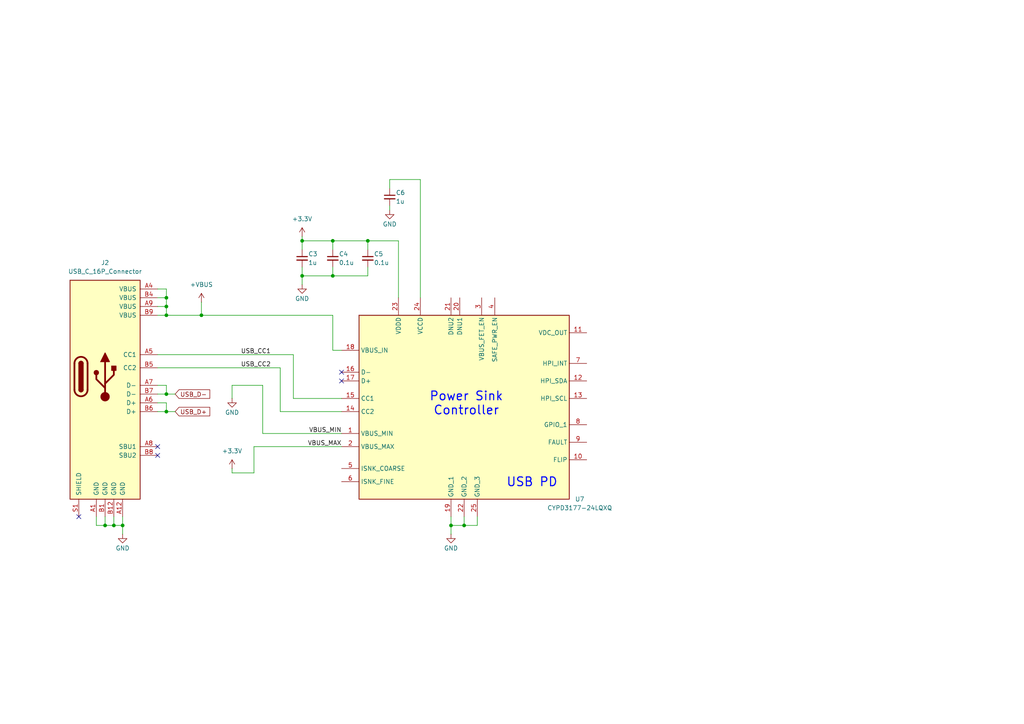
<source format=kicad_sch>
(kicad_sch (version 20231120) (generator "eeschema") (generator_version "8.0")
  (paper "A4")
  (lib_symbols
    (symbol "Connector:USB_C_Receptacle" (pin_names (offset 1.016))
      (property "Reference" "J2" (at 0 33.02 0))
      (property "Value" "USB_C_16P_Connector" (at 0 30.48 0))
      (symbol "USB_C_Receptacle_0_1"
        (rectangle (start -10.16 27.94) (end 10.16 -35.56) (stroke (width 0.254)) (fill (type background)))
        (arc (start -8.89 -3.81) (mid -6.985 -5.7067) (end -5.08 -3.81) (stroke (width 0.508)))
        (arc (start -7.62 -3.81) (mid -6.985 -4.4423) (end -6.35 -3.81) (stroke (width 0.254)))
        (arc (start -7.62 -3.81) (mid -6.985 -4.4423) (end -6.35 -3.81) (stroke (width 0.254)) (fill (type outline)))
        (rectangle (start -7.62 -3.81) (end -6.35 3.81) (stroke (width 0.254)) (fill (type outline)))
        (arc (start -6.35 3.81) (mid -6.985 4.4423) (end -7.62 3.81) (stroke (width 0.254)))
        (arc (start -6.35 3.81) (mid -6.985 4.4423) (end -7.62 3.81) (stroke (width 0.254)) (fill (type outline)))
        (arc (start -5.08 3.81) (mid -6.985 5.7067) (end -8.89 3.81) (stroke (width 0.508)))
        (polyline (pts (xy -8.89 -3.81) (xy -8.89 3.81)) (stroke (width 0.508)))
        (polyline (pts (xy -5.08 3.81) (xy -5.08 -3.81)) (stroke (width 0.508)))
      )
      (symbol "USB_C_Receptacle_1_1"
        (circle (center -2.54 1.143) (radius 0.635) (stroke (width 0.254)) (fill (type outline)))
        (circle (center 0 -5.842) (radius 1.27) (fill (type outline)))
        (polyline (pts (xy 0 -5.842) (xy 0 4.318)) (stroke (width 0.508)))
        (polyline (pts (xy 0 -3.302) (xy -2.54 -0.762) (xy -2.54 0.508)) (stroke (width 0.508)))
        (polyline (pts (xy 0 -2.032) (xy 2.54 0.508) (xy 2.54 1.778)) (stroke (width 0.508)))
        (polyline (pts (xy -1.27 4.318) (xy 0 6.858) (xy 1.27 4.318) (xy -1.27 4.318)) (stroke (width 0.254)) (fill (type outline)))
        (rectangle (start 1.905 1.778) (end 3.175 3.048) (stroke (width 0.254)) (fill (type outline)))
        (pin passive line (at -2.54 -40.64 90) (length 5.08) (name "GND") (number "A1"))
        (pin passive line (at 0 -40.64 90) (length 5.08) hide (name "GND") (number "A12"))
        (pin passive line (at 5.08 -40.64 90) (length 5.08) (name "GND") (number "A12"))
        (pin passive line (at 15.24 25.4 180) (length 5.08) (name "VBUS") (number "A4"))
        (pin bidirectional line (at 15.24 6.35 180) (length 5.08) (name "CC1") (number "A5"))
        (pin bidirectional line (at 15.24 -7.62 180) (length 5.08) (name "D+") (number "A6"))
        (pin bidirectional line (at 15.24 -2.54 180) (length 5.08) (name "D-") (number "A7"))
        (pin bidirectional line (at 15.24 -20.32 180) (length 5.08) (name "SBU1") (number "A8"))
        (pin passive line (at 15.24 20.32 180) (length 5.08) (name "VBUS") (number "A9"))
        (pin passive line (at 15.24 25.4 180) (length 5.08) hide (name "VBUS") (number "A9"))
        (pin passive line (at 0 -40.64 90) (length 5.08) (name "GND") (number "B1"))
        (pin passive line (at 0 -40.64 90) (length 5.08) hide (name "GND") (number "B1"))
        (pin passive line (at 0 -40.64 90) (length 5.08) hide (name "GND") (number "B12"))
        (pin passive line (at 2.54 -40.64 90) (length 5.08) (name "GND") (number "B12"))
        (pin passive line (at 15.24 22.86 180) (length 5.08) (name "VBUS") (number "B4"))
        (pin passive line (at 15.24 25.4 180) (length 5.08) hide (name "VBUS") (number "B4"))
        (pin bidirectional line (at 15.24 2.54 180) (length 5.08) (name "CC2") (number "B5"))
        (pin bidirectional line (at 15.24 -10.16 180) (length 5.08) (name "D+") (number "B6"))
        (pin bidirectional line (at 15.24 -5.08 180) (length 5.08) (name "D-") (number "B7"))
        (pin bidirectional line (at 15.24 -22.86 180) (length 5.08) (name "SBU2") (number "B8"))
        (pin passive line (at 15.24 17.78 180) (length 5.08) (name "VBUS") (number "B9"))
        (pin passive line (at 15.24 25.4 180) (length 5.08) hide (name "VBUS") (number "B9"))
        (pin passive line (at -7.62 -40.64 90) (length 5.08) (name "SHIELD") (number "S1"))
      )
    )
    (symbol "Device:C_Small" (pin_numbers hide) (pin_names (offset 0.254) hide)
      (property "Reference" "C" (at 0.254 1.778 0))
      (property "Value" "C_Small" (at 0.254 -2.032 0))
      (symbol "C_Small_0_1"
        (polyline (pts (xy -1.524 -0.508) (xy 1.524 -0.508)) (stroke (width 0.3302)))
        (polyline (pts (xy -1.524 0.508) (xy 1.524 0.508)) (stroke (width 0.3048)))
      )
      (symbol "C_Small_1_1"
        (pin passive line (at 0 2.54 270) (length 2.032) (name "~") (number "1"))
        (pin passive line (at 0 -2.54 90) (length 2.032) (name "~") (number "2"))
      )
    )
    (symbol "custom_symbols:CYPD3177-24LQXQ"
      (property "Reference" "U" (at 68.072 32.004 0))
      (property "Value" "CYPD3177-24LQXQ" (at 68.072 29.464 0))
      (symbol "CYPD3177-24LQXQ_1_1"
        (rectangle (start 5.08 25.4) (end 66.04 -27.94) (stroke (width 0.254)) (fill (type background)))
        (text_box "Power Sink Controller" (at 22.86 5.08 0) (size 26.67 -10.16) (stroke (width -0.0001)) (effects (font (size 2.54 2.54) (thickness 0.3175))))
        (text_box "USB PD" (at 45.72 -19.05 0) (size 19.05 -7.62) (stroke (width -0.0001)) (effects (font (size 2.54 2.54) (thickness 0.3175))))
        (pin passive line (at 0 -8.89 0) (length 5.08) (name "VBUS_MIN") (number "1"))
        (pin passive line (at 71.12 -16.51 180) (length 5.08) (name "FLIP") (number "10"))
        (pin passive line (at 71.12 20.32 180) (length 5.08) (name "VDC_OUT") (number "11"))
        (pin passive line (at 71.12 6.35 180) (length 5.08) (name "HPI_SDA") (number "12"))
        (pin passive line (at 71.12 1.27 180) (length 5.08) (name "HPI_SCL") (number "13"))
        (pin passive line (at 0 -2.54 0) (length 5.08) (name "CC2") (number "14"))
        (pin passive line (at 0 1.27 0) (length 5.08) (name "CC1") (number "15"))
        (pin passive line (at 0 8.89 0) (length 5.08) (name "D-") (number "16"))
        (pin passive line (at 0 6.35 0) (length 5.08) (name "D+") (number "17"))
        (pin passive line (at 0 15.24 0) (length 5.08) (name "VBUS_IN") (number "18"))
        (pin passive line (at 31.75 -33.02 90) (length 5.08) (name "GND_1") (number "19"))
        (pin passive line (at 0 -12.7 0) (length 5.08) (name "VBUS_MAX") (number "2"))
        (pin passive line (at 34.29 30.48 270) (length 5.08) (name "DNU1") (number "20"))
        (pin passive line (at 31.75 30.48 270) (length 5.08) (name "DNU2") (number "21"))
        (pin passive line (at 35.56 -33.02 90) (length 5.08) (name "GND_2") (number "22"))
        (pin passive line (at 16.51 30.48 270) (length 5.08) (name "VDDD") (number "23"))
        (pin passive line (at 22.86 30.48 270) (length 5.08) (name "VCCD") (number "24"))
        (pin passive line (at 39.37 -33.02 90) (length 5.08) (name "GND_3") (number "25"))
        (pin passive line (at 40.64 30.48 270) (length 5.08) (name "VBUS_FET_EN") (number "3"))
        (pin passive line (at 44.45 30.48 270) (length 5.08) (name "SAFE_PWR_EN") (number "4"))
        (pin passive line (at 0 -19.05 0) (length 5.08) (name "ISNK_COARSE") (number "5"))
        (pin passive line (at 0 -22.86 0) (length 5.08) (name "ISNK_FINE") (number "6"))
        (pin passive line (at 71.12 11.43 180) (length 5.08) (name "HPI_INT") (number "7"))
        (pin passive line (at 71.12 -6.35 180) (length 5.08) (name "GPIO_1") (number "8"))
        (pin passive line (at 71.12 -11.43 180) (length 5.08) (name "FAULT") (number "9"))
      )
    )
    (symbol "power:+3.3V" (power) (pin_numbers hide) (pin_names (offset 0) hide)
      (property "Value" "+3.3V" (at 0 3.556 0))
      (symbol "+3.3V_0_1"
        (polyline (pts (xy -0.762 1.27) (xy 0 2.54)))
        (polyline (pts (xy 0 0) (xy 0 2.54)))
        (polyline (pts (xy 0 2.54) (xy 0.762 1.27)))
      )
      (symbol "+3.3V_1_1"
        (pin power_in line (at 0 0 90) (length 0) (name "~") (number "1"))
      )
    )
    (symbol "power:GND" (power) (pin_numbers hide) (pin_names (offset 0) hide)
      (property "Value" "GND" (at 0 -3.81 0))
      (symbol "GND_0_1"
        (polyline (pts (xy 0 0) (xy 0 -1.27) (xy 1.27 -1.27) (xy 0 -2.54) (xy -1.27 -1.27) (xy 0 -1.27)))
      )
      (symbol "GND_1_1"
        (pin power_in line (at 0 0 270) (length 0) (name "~") (number "1"))
      )
    )
    (symbol "power:VBUS" (power) (pin_numbers hide) (pin_names (offset 0) hide)
      (property "Value" "VBUS" (at 0 3.556 0))
      (symbol "VBUS_0_1"
        (polyline (pts (xy -0.762 1.27) (xy 0 2.54)))
        (polyline (pts (xy 0 0) (xy 0 2.54)))
        (polyline (pts (xy 0 2.54) (xy 0.762 1.27)))
      )
      (symbol "VBUS_1_1"
        (pin power_in line (at 0 0 90) (length 0) (name "~") (number "1"))
      )
    )
  )
  (junction (at 87.63 80.01))
  (junction (at 48.26 88.9))
  (junction (at 48.26 86.36))
  (junction (at 130.81 152.4))
  (junction (at 48.26 119.38))
  (junction (at 96.52 80.01))
  (junction (at 48.26 114.3))
  (junction (at 35.56 152.4))
  (junction (at 96.52 69.85))
  (junction (at 87.63 69.85))
  (junction (at 58.42 91.44))
  (junction (at 106.68 69.85))
  (junction (at 134.62 152.4))
  (junction (at 33.02 152.4))
  (junction (at 48.26 91.44))
  (junction (at 30.48 152.4))
  (no_connect (at 22.86 149.86))
  (no_connect (at 99.06 110.49))
  (no_connect (at 45.72 132.08))
  (no_connect (at 99.06 107.95))
  (no_connect (at 45.72 129.54))
  (wire (pts (xy 35.56 152.4) (xy 33.02 152.4)))
  (wire (pts (xy 48.26 91.44) (xy 48.26 88.9)))
  (wire (pts (xy 96.52 69.85) (xy 106.68 69.85)))
  (wire (pts (xy 33.02 149.86) (xy 33.02 152.4)))
  (wire (pts (xy 76.2 111.76) (xy 67.31 111.76)))
  (wire (pts (xy 45.72 91.44) (xy 48.26 91.44)))
  (wire (pts (xy 138.43 152.4) (xy 134.62 152.4)))
  (wire (pts (xy 106.68 77.47) (xy 106.68 80.01)))
  (wire (pts (xy 87.63 69.85) (xy 96.52 69.85)))
  (wire (pts (xy 45.72 86.36) (xy 48.26 86.36)))
  (wire (pts (xy 45.72 119.38) (xy 48.26 119.38)))
  (wire (pts (xy 121.92 86.36) (xy 121.92 52.07)))
  (wire (pts (xy 81.28 106.68) (xy 81.28 119.38)))
  (wire (pts (xy 48.26 114.3) (xy 50.8 114.3)))
  (wire (pts (xy 48.26 91.44) (xy 58.42 91.44)))
  (wire (pts (xy 99.06 125.73) (xy 76.2 125.73)))
  (wire (pts (xy 45.72 114.3) (xy 48.26 114.3)))
  (wire (pts (xy 87.63 77.47) (xy 87.63 80.01)))
  (wire (pts (xy 45.72 106.68) (xy 81.28 106.68)))
  (wire (pts (xy 96.52 91.44) (xy 96.52 101.6)))
  (wire (pts (xy 106.68 69.85) (xy 115.57 69.85)))
  (wire (pts (xy 48.26 111.76) (xy 48.26 114.3)))
  (wire (pts (xy 73.66 129.54) (xy 73.66 137.16)))
  (wire (pts (xy 67.31 111.76) (xy 67.31 115.57)))
  (wire (pts (xy 48.26 116.84) (xy 48.26 119.38)))
  (wire (pts (xy 96.52 69.85) (xy 96.52 72.39)))
  (wire (pts (xy 73.66 137.16) (xy 67.31 137.16)))
  (wire (pts (xy 106.68 69.85) (xy 106.68 72.39)))
  (wire (pts (xy 27.94 149.86) (xy 27.94 152.4)))
  (wire (pts (xy 45.72 116.84) (xy 48.26 116.84)))
  (wire (pts (xy 35.56 149.86) (xy 35.56 152.4)))
  (wire (pts (xy 48.26 86.36) (xy 48.26 83.82)))
  (wire (pts (xy 87.63 80.01) (xy 87.63 82.55)))
  (wire (pts (xy 96.52 101.6) (xy 99.06 101.6)))
  (wire (pts (xy 45.72 83.82) (xy 48.26 83.82)))
  (wire (pts (xy 30.48 149.86) (xy 30.48 152.4)))
  (wire (pts (xy 134.62 149.86) (xy 134.62 152.4)))
  (wire (pts (xy 96.52 80.01) (xy 87.63 80.01)))
  (wire (pts (xy 106.68 80.01) (xy 96.52 80.01)))
  (wire (pts (xy 138.43 149.86) (xy 138.43 152.4)))
  (wire (pts (xy 33.02 152.4) (xy 30.48 152.4)))
  (wire (pts (xy 35.56 152.4) (xy 35.56 154.94)))
  (wire (pts (xy 76.2 125.73) (xy 76.2 111.76)))
  (wire (pts (xy 87.63 68.58) (xy 87.63 69.85)))
  (wire (pts (xy 45.72 88.9) (xy 48.26 88.9)))
  (wire (pts (xy 30.48 152.4) (xy 27.94 152.4)))
  (wire (pts (xy 85.09 115.57) (xy 99.06 115.57)))
  (wire (pts (xy 85.09 102.87) (xy 85.09 115.57)))
  (wire (pts (xy 99.06 129.54) (xy 73.66 129.54)))
  (wire (pts (xy 87.63 69.85) (xy 87.63 72.39)))
  (wire (pts (xy 58.42 87.63) (xy 58.42 91.44)))
  (wire (pts (xy 130.81 152.4) (xy 130.81 154.94)))
  (wire (pts (xy 45.72 102.87) (xy 85.09 102.87)))
  (wire (pts (xy 113.03 59.69) (xy 113.03 60.96)))
  (wire (pts (xy 48.26 88.9) (xy 48.26 86.36)))
  (wire (pts (xy 134.62 152.4) (xy 130.81 152.4)))
  (wire (pts (xy 58.42 91.44) (xy 96.52 91.44)))
  (wire (pts (xy 45.72 111.76) (xy 48.26 111.76)))
  (wire (pts (xy 81.28 119.38) (xy 99.06 119.38)))
  (wire (pts (xy 96.52 77.47) (xy 96.52 80.01)))
  (wire (pts (xy 67.31 137.16) (xy 67.31 135.89)))
  (wire (pts (xy 115.57 86.36) (xy 115.57 69.85)))
  (wire (pts (xy 121.92 52.07) (xy 113.03 52.07)))
  (wire (pts (xy 113.03 52.07) (xy 113.03 54.61)))
  (wire (pts (xy 130.81 149.86) (xy 130.81 152.4)))
  (wire (pts (xy 48.26 119.38) (xy 50.8 119.38)))
  (label "VBUS_MIN" (at 99.06 125.73 180))
  (label "USB_CC2" (at 69.85 106.68 0))
  (label "USB_CC1" (at 69.85 102.87 0))
  (label "VBUS_MAX" (at 99.06 129.54 180))
  (global_label "USB_D+" (shape input) (at 50.8 119.38 0) (property "Intersheetrefs" "${INTERSHEET_REFS}" (effects (hide yes))))
  (global_label "USB_D-" (shape input) (at 50.8 114.3 0) (property "Intersheetrefs" "${INTERSHEET_REFS}" (effects (hide yes))))
  (symbol (lib_id "Device:C_Small") (at 106.68 74.93 0) (unit 1)
    (property "Reference" "C5" (at 108.458 73.66 0) (effects (justify left)))
    (property "Value" "0.1u" (at 108.458 76.2 0) (effects (justify left)))
    (property "Description" "Unpolarized capacitor, small symbol" (effects (hide yes)))
  )
  (symbol (lib_id "power:GND") (at 87.63 82.55 0) (unit 1)
    (property "Reference" "#PWR020" (effects (hide yes)))
    (property "Value" "GND" (at 87.63 86.614 0))
    (property "Description" "Power symbol creates a global label with name \"GND\" , ground" (effects (hide yes)))
  )
  (symbol (lib_id "power:+3.3V") (at 87.63 68.58 0) (unit 1)
    (property "Reference" "#PWR021" (effects (hide yes)))
    (property "Value" "+3.3V" (at 87.63 63.5 0))
    (property "Description" "Power symbol creates a global label with name \"+3.3V\"" (effects (hide yes)))
  )
  (symbol (lib_id "power:GND") (at 35.56 154.94 0) (unit 1)
    (property "Reference" "#PWR017" (effects (hide yes)))
    (property "Value" "GND" (at 35.56 159.004 0))
    (property "Description" "Power symbol creates a global label with name \"GND\" , ground" (effects (hide yes)))
  )
  (symbol (lib_id "power:GND") (at 67.31 115.57 0) (unit 1)
    (property "Reference" "#PWR016" (effects (hide yes)))
    (property "Value" "GND" (at 67.31 119.634 0))
    (property "Description" "Power symbol creates a global label with name \"GND\" , ground" (effects (hide yes)))
  )
  (symbol (lib_id "Device:C_Small") (at 113.03 57.15 0) (unit 1)
    (property "Reference" "C6" (at 114.808 55.88 0) (effects (justify left)))
    (property "Value" "1u" (at 114.808 58.42 0) (effects (justify left)))
    (property "Description" "Unpolarized capacitor, small symbol" (effects (hide yes)))
  )
  (symbol (lib_id "power:GND") (at 130.81 154.94 0) (unit 1)
    (property "Reference" "#PWR022" (effects (hide yes)))
    (property "Value" "GND" (at 130.81 159.004 0))
    (property "Description" "Power symbol creates a global label with name \"GND\" , ground" (effects (hide yes)))
  )
  (symbol (lib_id "custom_symbols:CYPD3177-24LQXQ") (at 99.06 116.84 0) (unit 1)
    (property "Reference" "U7" (at 168.148 144.78 0))
    (property "Value" "CYPD3177-24LQXQ" (at 168.148 147.32 0))
    (property "Footprint" "QFN50P400X400X60-25N-D" (effects (hide yes)))
    (property "Datasheet" "https://au.mouser.com/datasheet/2/196/CYPR_S_A0012903526_1-3004964.pdf" (effects (hide yes)))
    (property "Description" "USB Interface IC USB Type-C port controller CYPD3177" (effects (hide yes)))
    (property "Height" "0.6" (effects (hide yes)))
    (property "Manufacturer_Name" "Infineon" (effects (hide yes)))
    (property "Manufacturer_Part_Number" "CYPD3177-24LQXQ" (effects (hide yes)))
    (property "Arrow Part Number" "CYPD3177-24LQXQ" (effects (hide yes)))
    (property "Arrow Price/Stock" "https://www.arrow.com/en/products/cypd3177-24lqxq/infineon-technologies-ag?utm_currency=USD&region=nac" (effects (hide yes)))
  )
  (symbol (lib_id "power:VBUS") (at 58.42 87.63 0) (unit 1)
    (property "Reference" "#PWR019" (effects (hide yes)))
    (property "Value" "+VBUS" (at 58.42 82.55 0))
    (property "Description" "Power symbol creates a global label with name \"VBUS\"" (effects (hide yes)))
  )
  (symbol (lib_id "Device:C_Small") (at 96.52 74.93 0) (unit 1)
    (property "Reference" "C4" (at 98.298 73.66 0) (effects (justify left)))
    (property "Value" "0.1u" (at 98.298 76.2 0) (effects (justify left)))
    (property "Description" "Unpolarized capacitor, small symbol" (effects (hide yes)))
  )
  (symbol (lib_id "power:GND") (at 113.03 60.96 0) (unit 1)
    (property "Reference" "#PWR023" (effects (hide yes)))
    (property "Value" "GND" (at 113.03 65.024 0))
    (property "Description" "Power symbol creates a global label with name \"GND\" , ground" (effects (hide yes)))
  )
  (symbol (lib_id "power:+3.3V") (at 67.31 135.89 0) (unit 1)
    (property "Reference" "#PWR018" (effects (hide yes)))
    (property "Value" "+3.3V" (at 67.31 130.81 0))
    (property "Description" "Power symbol creates a global label with name \"+3.3V\"" (effects (hide yes)))
  )
  (symbol (lib_id "Device:C_Small") (at 87.63 74.93 0) (unit 1)
    (property "Reference" "C3" (at 89.408 73.66 0) (effects (justify left)))
    (property "Value" "1u" (at 89.408 76.2 0) (effects (justify left)))
    (property "Description" "Unpolarized capacitor, small symbol" (effects (hide yes)))
  )
  (symbol (lib_id "Connector:USB_C_Receptacle") (at 30.48 109.22 0) (unit 1)
    (property "Reference" "J2" (at 30.48 76.2 0))
    (property "Value" "USB_C_16P_Connector" (at 30.48 78.74 0))
    (property "Datasheet" "https://www.usb.org/sites/default/files/documents/usb_type-c.zip" (effects (hide yes)))
    (property "Description" "USB Full-Featured Type-C Receptacle connector" (effects (hide yes)))
  )
)
</source>
